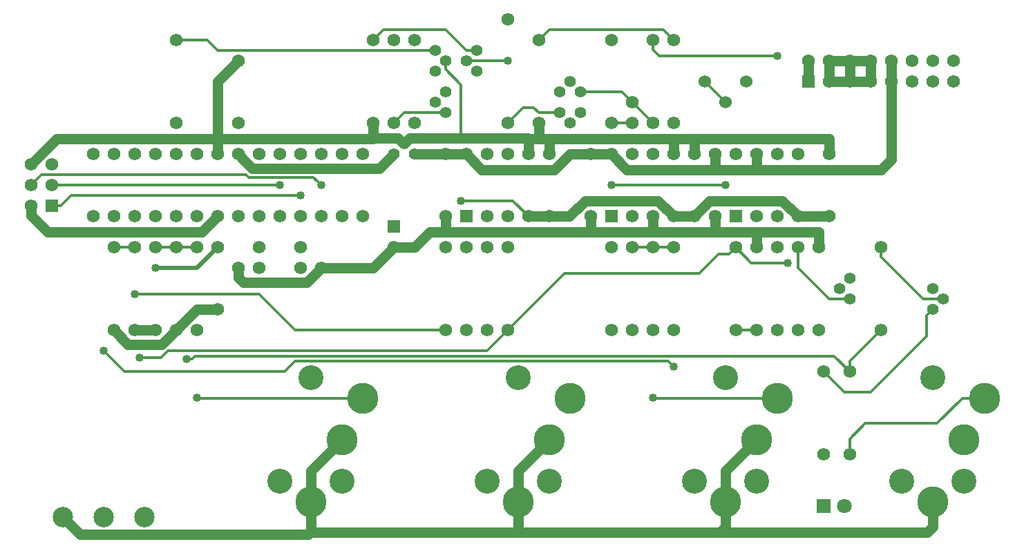
<source format=gbr>
G04 #@! TF.GenerationSoftware,KiCad,Pcbnew,(5.0.2)-1*
G04 #@! TF.CreationDate,2019-01-01T20:43:38-08:00*
G04 #@! TF.ProjectId,500-1065,3530302d-3130-4363-952e-6b696361645f,rev?*
G04 #@! TF.SameCoordinates,Original*
G04 #@! TF.FileFunction,Copper,L2,Bot*
G04 #@! TF.FilePolarity,Positive*
%FSLAX46Y46*%
G04 Gerber Fmt 4.6, Leading zero omitted, Abs format (unit mm)*
G04 Created by KiCad (PCBNEW (5.0.2)-1) date 1/1/2019 8:43:38 PM*
%MOMM*%
%LPD*%
G01*
G04 APERTURE LIST*
G04 #@! TA.AperFunction,ComponentPad*
%ADD10C,1.574800*%
G04 #@! TD*
G04 #@! TA.AperFunction,ComponentPad*
%ADD11R,1.574800X1.574800*%
G04 #@! TD*
G04 #@! TA.AperFunction,ComponentPad*
%ADD12C,3.048000*%
G04 #@! TD*
G04 #@! TA.AperFunction,ComponentPad*
%ADD13C,3.810000*%
G04 #@! TD*
G04 #@! TA.AperFunction,ComponentPad*
%ADD14C,1.397000*%
G04 #@! TD*
G04 #@! TA.AperFunction,ComponentPad*
%ADD15C,2.500000*%
G04 #@! TD*
G04 #@! TA.AperFunction,ComponentPad*
%ADD16C,1.524000*%
G04 #@! TD*
G04 #@! TA.AperFunction,ComponentPad*
%ADD17R,1.800000X1.800000*%
G04 #@! TD*
G04 #@! TA.AperFunction,ComponentPad*
%ADD18C,1.800000*%
G04 #@! TD*
G04 #@! TA.AperFunction,ViaPad*
%ADD19C,1.016000*%
G04 #@! TD*
G04 #@! TA.AperFunction,Conductor*
%ADD20C,1.270000*%
G04 #@! TD*
G04 #@! TA.AperFunction,Conductor*
%ADD21C,0.304800*%
G04 #@! TD*
G04 #@! TA.AperFunction,Conductor*
%ADD22C,0.508000*%
G04 #@! TD*
G04 APERTURE END LIST*
D10*
G04 #@! TO.P,P1,5*
G04 #@! TO.N,Net-(P1-Pad5)*
X69850000Y-54610000D03*
G04 #@! TO.P,P1,6*
G04 #@! TO.N,GND*
X67310000Y-54610000D03*
G04 #@! TO.P,P1,3*
G04 #@! TO.N,Net-(P1-Pad3)*
X69850000Y-57150000D03*
G04 #@! TO.P,P1,4*
G04 #@! TO.N,Net-(P1-Pad4)*
X67310000Y-57150000D03*
D11*
G04 #@! TO.P,P1,1*
G04 #@! TO.N,Net-(P1-Pad1)*
X69850000Y-59690000D03*
D10*
G04 #@! TO.P,P1,2*
G04 #@! TO.N,VCC*
X67310000Y-59690000D03*
G04 #@! TD*
G04 #@! TO.P,C1,2*
G04 #@! TO.N,GND*
X102870000Y-67310000D03*
G04 #@! TO.P,C1,1*
G04 #@! TO.N,Net-(C1-Pad1)*
X100330000Y-67310000D03*
G04 #@! TD*
G04 #@! TO.P,C2,1*
G04 #@! TO.N,Net-(C2-Pad1)*
X95250000Y-67310000D03*
G04 #@! TO.P,C2,2*
G04 #@! TO.N,GND*
X92710000Y-67310000D03*
G04 #@! TD*
G04 #@! TO.P,C4,2*
G04 #@! TO.N,GND*
X111760000Y-64770000D03*
D11*
G04 #@! TO.P,C4,1*
G04 #@! TO.N,VCC*
X111760000Y-62230000D03*
G04 #@! TD*
D10*
G04 #@! TO.P,C5,1*
G04 #@! TO.N,Net-(C5-Pad1)*
X125730000Y-49530000D03*
G04 #@! TO.P,C5,2*
G04 #@! TO.N,Net-(C5-Pad2)*
X125730000Y-36830000D03*
G04 #@! TD*
G04 #@! TO.P,C6,1*
G04 #@! TO.N,+15V0*
X118110000Y-53340000D03*
G04 #@! TO.P,C6,2*
G04 #@! TO.N,GND*
X118110000Y-60960000D03*
G04 #@! TD*
G04 #@! TO.P,C7,2*
G04 #@! TO.N,GND*
X130810000Y-53340000D03*
G04 #@! TO.P,C7,1*
G04 #@! TO.N,-15V0*
X130810000Y-60960000D03*
G04 #@! TD*
G04 #@! TO.P,C8,1*
G04 #@! TO.N,Net-(C8-Pad1)*
X140970000Y-46990000D03*
G04 #@! TO.P,C8,2*
G04 #@! TO.N,Net-(C8-Pad2)*
X140970000Y-49530000D03*
G04 #@! TD*
G04 #@! TO.P,C9,1*
G04 #@! TO.N,+15V0*
X135890000Y-53340000D03*
G04 #@! TO.P,C9,2*
G04 #@! TO.N,GND*
X135890000Y-60960000D03*
G04 #@! TD*
G04 #@! TO.P,C10,2*
G04 #@! TO.N,GND*
X148590000Y-53340000D03*
G04 #@! TO.P,C10,1*
G04 #@! TO.N,-15V0*
X148590000Y-60960000D03*
G04 #@! TD*
G04 #@! TO.P,D1,2*
G04 #@! TO.N,Net-(D1-Pad2)*
X82550000Y-64770000D03*
G04 #@! TO.P,D1,1*
G04 #@! TO.N,VCC*
X82550000Y-74930000D03*
G04 #@! TD*
G04 #@! TO.P,D2,1*
G04 #@! TO.N,Net-(D1-Pad2)*
X85090000Y-64770000D03*
G04 #@! TO.P,D2,2*
G04 #@! TO.N,GND*
X85090000Y-74930000D03*
G04 #@! TD*
G04 #@! TO.P,D3,1*
G04 #@! TO.N,Net-(D3-Pad1)*
X120650000Y-64770000D03*
G04 #@! TO.P,D3,2*
G04 #@! TO.N,Net-(D3-Pad2)*
X120650000Y-74930000D03*
G04 #@! TD*
G04 #@! TO.P,D4,2*
G04 #@! TO.N,Net-(D4-Pad2)*
X80010000Y-64770000D03*
G04 #@! TO.P,D4,1*
G04 #@! TO.N,VCC*
X80010000Y-74930000D03*
G04 #@! TD*
G04 #@! TO.P,D5,1*
G04 #@! TO.N,Net-(D4-Pad2)*
X77470000Y-64770000D03*
G04 #@! TO.P,D5,2*
G04 #@! TO.N,GND*
X77470000Y-74930000D03*
G04 #@! TD*
D12*
G04 #@! TO.P,J1,*
G04 #@! TO.N,*
X97790000Y-93421200D03*
X101600000Y-80721200D03*
D13*
G04 #@! TO.P,J1,3*
G04 #@! TO.N,Net-(J1-Pad3)*
X107950000Y-83261200D03*
G04 #@! TO.P,J1,2*
G04 #@! TO.N,GND*
X105410000Y-88341200D03*
D12*
G04 #@! TO.P,J1,*
G04 #@! TO.N,*
X105410000Y-93421200D03*
D13*
G04 #@! TO.P,J1,1*
G04 #@! TO.N,GND*
X101600000Y-95961200D03*
G04 #@! TD*
G04 #@! TO.P,J2,1*
G04 #@! TO.N,GND*
X127000000Y-95961200D03*
D12*
G04 #@! TO.P,J2,*
G04 #@! TO.N,*
X130810000Y-93421200D03*
D13*
G04 #@! TO.P,J2,2*
G04 #@! TO.N,GND*
X130810000Y-88341200D03*
G04 #@! TO.P,J2,3*
G04 #@! TO.N,Net-(J2-Pad3)*
X133350000Y-83261200D03*
D12*
G04 #@! TO.P,J2,*
G04 #@! TO.N,*
X127000000Y-80721200D03*
X123190000Y-93421200D03*
G04 #@! TD*
G04 #@! TO.P,J3,*
G04 #@! TO.N,*
X148590000Y-93421200D03*
X152400000Y-80721200D03*
D13*
G04 #@! TO.P,J3,3*
G04 #@! TO.N,Net-(J3-Pad3)*
X158750000Y-83261200D03*
G04 #@! TO.P,J3,2*
G04 #@! TO.N,GND*
X156210000Y-88341200D03*
D12*
G04 #@! TO.P,J3,*
G04 #@! TO.N,*
X156210000Y-93421200D03*
D13*
G04 #@! TO.P,J3,1*
G04 #@! TO.N,GND*
X152400000Y-95961200D03*
G04 #@! TD*
G04 #@! TO.P,J4,1*
G04 #@! TO.N,GND*
X177800000Y-95961200D03*
D12*
G04 #@! TO.P,J4,*
G04 #@! TO.N,*
X181610000Y-93421200D03*
D13*
G04 #@! TO.P,J4,2*
G04 #@! TO.N,N/C*
X181610000Y-88341200D03*
G04 #@! TO.P,J4,3*
G04 #@! TO.N,Net-(J4-Pad3)*
X184150000Y-83261200D03*
D12*
G04 #@! TO.P,J4,*
G04 #@! TO.N,*
X177800000Y-80721200D03*
X173990000Y-93421200D03*
G04 #@! TD*
D11*
G04 #@! TO.P,P2,1*
G04 #@! TO.N,-15V0*
X162560000Y-44450000D03*
D10*
G04 #@! TO.P,P2,2*
X162560000Y-41910000D03*
G04 #@! TO.P,P2,3*
G04 #@! TO.N,GND*
X165100000Y-44450000D03*
G04 #@! TO.P,P2,4*
X165100000Y-41910000D03*
G04 #@! TO.P,P2,5*
X167640000Y-44450000D03*
G04 #@! TO.P,P2,6*
X167640000Y-41910000D03*
G04 #@! TO.P,P2,7*
X170180000Y-44450000D03*
G04 #@! TO.P,P2,8*
X170180000Y-41910000D03*
G04 #@! TO.P,P2,9*
G04 #@! TO.N,+15V0*
X172720000Y-44450000D03*
G04 #@! TO.P,P2,10*
X172720000Y-41910000D03*
G04 #@! TO.P,P2,11*
G04 #@! TO.N,N/C*
X175260000Y-44450000D03*
G04 #@! TO.P,P2,12*
X175260000Y-41910000D03*
G04 #@! TO.P,P2,13*
X177800000Y-44450000D03*
G04 #@! TO.P,P2,14*
X177800000Y-41910000D03*
G04 #@! TO.P,P2,15*
X180340000Y-44450000D03*
G04 #@! TO.P,P2,16*
X180340000Y-41910000D03*
G04 #@! TD*
D14*
G04 #@! TO.P,Q1,1*
G04 #@! TO.N,Net-(Q1-Pad1)*
X116840000Y-40640000D03*
G04 #@! TO.P,Q1,2*
G04 #@! TO.N,GND*
X118110000Y-41910000D03*
G04 #@! TO.P,Q1,3*
G04 #@! TO.N,Net-(Q1-Pad3)*
X116840000Y-43180000D03*
G04 #@! TD*
G04 #@! TO.P,Q2,3*
G04 #@! TO.N,Net-(Q2-Pad3)*
X118110000Y-45720000D03*
G04 #@! TO.P,Q2,2*
G04 #@! TO.N,Net-(Q2-Pad2)*
X116840000Y-46990000D03*
G04 #@! TO.P,Q2,1*
G04 #@! TO.N,-15V0*
X118110000Y-48260000D03*
G04 #@! TD*
G04 #@! TO.P,Q3,1*
G04 #@! TO.N,Net-(C5-Pad2)*
X121920000Y-43180000D03*
G04 #@! TO.P,Q3,2*
G04 #@! TO.N,Net-(C5-Pad1)*
X120650000Y-41910000D03*
G04 #@! TO.P,Q3,3*
G04 #@! TO.N,Net-(Q2-Pad3)*
X121920000Y-40640000D03*
G04 #@! TD*
G04 #@! TO.P,Q4,2*
G04 #@! TO.N,Net-(Q4-Pad2)*
X133350000Y-49530000D03*
G04 #@! TO.P,Q4,3*
G04 #@! TO.N,Net-(C5-Pad1)*
X132080000Y-48260000D03*
G04 #@! TO.P,Q4,1*
G04 #@! TO.N,Net-(Q4-Pad1)*
X134620000Y-48260000D03*
G04 #@! TO.P,Q4,6*
G04 #@! TO.N,Net-(C8-Pad1)*
X134620000Y-45720000D03*
G04 #@! TO.P,Q4,4*
G04 #@! TO.N,Net-(Q4-Pad1)*
X132080000Y-45720000D03*
G04 #@! TO.P,Q4,5*
G04 #@! TO.N,GND*
X133350000Y-44450000D03*
G04 #@! TD*
D15*
G04 #@! TO.P,R1,2*
G04 #@! TO.N,Net-(R1-Pad2)*
X76200000Y-97800000D03*
G04 #@! TO.P,R1,3*
G04 #@! TO.N,GND*
X71200000Y-97800000D03*
G04 #@! TO.P,R1,1*
G04 #@! TO.N,Net-(R1-Pad1)*
X81200000Y-97800000D03*
G04 #@! TD*
D10*
G04 #@! TO.P,R2,2*
G04 #@! TO.N,Net-(D1-Pad2)*
X87630000Y-64770000D03*
G04 #@! TO.P,R2,1*
G04 #@! TO.N,Net-(J1-Pad3)*
X87630000Y-74930000D03*
G04 #@! TD*
G04 #@! TO.P,R3,2*
G04 #@! TO.N,Net-(R3-Pad2)*
X140970000Y-64770000D03*
G04 #@! TO.P,R3,1*
G04 #@! TO.N,Net-(J2-Pad3)*
X140970000Y-74930000D03*
G04 #@! TD*
G04 #@! TO.P,R4,1*
G04 #@! TO.N,Net-(J3-Pad3)*
X143510000Y-74930000D03*
G04 #@! TO.P,R4,2*
G04 #@! TO.N,Net-(R3-Pad2)*
X143510000Y-64770000D03*
G04 #@! TD*
G04 #@! TO.P,R5,2*
G04 #@! TO.N,Net-(R3-Pad2)*
X146050000Y-64770000D03*
G04 #@! TO.P,R5,1*
G04 #@! TO.N,Net-(R1-Pad2)*
X146050000Y-74930000D03*
G04 #@! TD*
G04 #@! TO.P,R6,1*
G04 #@! TO.N,Net-(R6-Pad1)*
X85090000Y-49530000D03*
G04 #@! TO.P,R6,2*
G04 #@! TO.N,Net-(Q1-Pad1)*
X85090000Y-39370000D03*
G04 #@! TD*
G04 #@! TO.P,R7,1*
G04 #@! TO.N,Net-(R3-Pad2)*
X138430000Y-74930000D03*
G04 #@! TO.P,R7,2*
G04 #@! TO.N,Net-(R10-Pad1)*
X138430000Y-64770000D03*
G04 #@! TD*
G04 #@! TO.P,R8,1*
G04 #@! TO.N,Net-(Q1-Pad3)*
X114300000Y-39370000D03*
G04 #@! TO.P,R8,2*
G04 #@! TO.N,Net-(Q2-Pad2)*
X114300000Y-49530000D03*
G04 #@! TD*
G04 #@! TO.P,R9,2*
G04 #@! TO.N,-15V0*
X111760000Y-49530000D03*
G04 #@! TO.P,R9,1*
G04 #@! TO.N,Net-(Q2-Pad2)*
X111760000Y-39370000D03*
G04 #@! TD*
D16*
G04 #@! TO.P,R10,1*
G04 #@! TO.N,Net-(R10-Pad1)*
X149860000Y-44450000D03*
G04 #@! TO.P,R10,2*
X152400000Y-46990000D03*
G04 #@! TO.P,R10,3*
G04 #@! TO.N,Net-(R10-Pad3)*
X154940000Y-44450000D03*
G04 #@! TD*
D10*
G04 #@! TO.P,R11,2*
G04 #@! TO.N,Net-(Q4-Pad2)*
X146050000Y-39370000D03*
G04 #@! TO.P,R11,1*
G04 #@! TO.N,Net-(R10-Pad3)*
X146050000Y-49530000D03*
G04 #@! TD*
G04 #@! TO.P,R12,1*
G04 #@! TO.N,/OUT*
X167640000Y-80010000D03*
G04 #@! TO.P,R12,2*
G04 #@! TO.N,Net-(J4-Pad3)*
X167640000Y-90170000D03*
G04 #@! TD*
G04 #@! TO.P,R13,1*
G04 #@! TO.N,Net-(Q4-Pad2)*
X129540000Y-39370000D03*
G04 #@! TO.P,R13,2*
G04 #@! TO.N,GND*
X129540000Y-49530000D03*
G04 #@! TD*
G04 #@! TO.P,R14,2*
G04 #@! TO.N,Net-(Q2-Pad3)*
X109220000Y-39370000D03*
G04 #@! TO.P,R14,1*
G04 #@! TO.N,GND*
X109220000Y-49530000D03*
G04 #@! TD*
G04 #@! TO.P,R15,2*
G04 #@! TO.N,Net-(R15-Pad2)*
X125730000Y-64770000D03*
G04 #@! TO.P,R15,1*
G04 #@! TO.N,Net-(R1-Pad1)*
X125730000Y-74930000D03*
G04 #@! TD*
G04 #@! TO.P,R16,1*
G04 #@! TO.N,Net-(C5-Pad2)*
X123190000Y-74930000D03*
G04 #@! TO.P,R16,2*
G04 #@! TO.N,Net-(R16-Pad2)*
X123190000Y-64770000D03*
G04 #@! TD*
G04 #@! TO.P,R17,2*
G04 #@! TO.N,+15V0*
X158750000Y-74930000D03*
G04 #@! TO.P,R17,1*
G04 #@! TO.N,Net-(R17-Pad1)*
X158750000Y-64770000D03*
G04 #@! TD*
G04 #@! TO.P,R18,2*
G04 #@! TO.N,Net-(R18-Pad2)*
X161290000Y-64770000D03*
G04 #@! TO.P,R18,1*
G04 #@! TO.N,Net-(R17-Pad1)*
X161290000Y-74930000D03*
G04 #@! TD*
G04 #@! TO.P,R19,1*
G04 #@! TO.N,Net-(R18-Pad2)*
X163830000Y-74930000D03*
G04 #@! TO.P,R19,2*
G04 #@! TO.N,GND*
X163830000Y-64770000D03*
G04 #@! TD*
G04 #@! TO.P,R20,1*
G04 #@! TO.N,Net-(Q4-Pad1)*
X138430000Y-39370000D03*
G04 #@! TO.P,R20,2*
G04 #@! TO.N,Net-(C8-Pad2)*
X138430000Y-49530000D03*
G04 #@! TD*
G04 #@! TO.P,R21,2*
G04 #@! TO.N,Net-(C8-Pad1)*
X143510000Y-49530000D03*
G04 #@! TO.P,R21,1*
G04 #@! TO.N,Net-(R1-Pad1)*
X143510000Y-39370000D03*
G04 #@! TD*
G04 #@! TO.P,R22,1*
G04 #@! TO.N,Net-(D3-Pad2)*
X118110000Y-64770000D03*
G04 #@! TO.P,R22,2*
G04 #@! TO.N,Net-(D4-Pad2)*
X118110000Y-74930000D03*
G04 #@! TD*
G04 #@! TO.P,R23,1*
G04 #@! TO.N,Net-(R23-Pad1)*
X156210000Y-74930000D03*
G04 #@! TO.P,R23,2*
G04 #@! TO.N,GND*
X156210000Y-64770000D03*
G04 #@! TD*
G04 #@! TO.P,R24,2*
G04 #@! TO.N,Net-(R23-Pad1)*
X153670000Y-74930000D03*
G04 #@! TO.P,R24,1*
G04 #@! TO.N,Net-(R1-Pad1)*
X153670000Y-64770000D03*
G04 #@! TD*
G04 #@! TO.P,U1,28*
G04 #@! TO.N,N/C*
X74930000Y-53340000D03*
G04 #@! TO.P,U1,1*
G04 #@! TO.N,Net-(P1-Pad5)*
X74930000Y-60960000D03*
G04 #@! TO.P,U1,27*
G04 #@! TO.N,N/C*
X77470000Y-53340000D03*
G04 #@! TO.P,U1,2*
X77470000Y-60960000D03*
G04 #@! TO.P,U1,26*
X80010000Y-53340000D03*
G04 #@! TO.P,U1,3*
X80010000Y-60960000D03*
G04 #@! TO.P,U1,25*
X82550000Y-53340000D03*
G04 #@! TO.P,U1,4*
G04 #@! TO.N,Net-(D1-Pad2)*
X82550000Y-60960000D03*
G04 #@! TO.P,U1,24*
G04 #@! TO.N,Net-(R6-Pad1)*
X85090000Y-53340000D03*
G04 #@! TO.P,U1,5*
G04 #@! TO.N,Net-(D4-Pad2)*
X85090000Y-60960000D03*
G04 #@! TO.P,U1,23*
G04 #@! TO.N,/OUT*
X87630000Y-53340000D03*
G04 #@! TO.P,U1,6*
G04 #@! TO.N,N/C*
X87630000Y-60960000D03*
G04 #@! TO.P,U1,22*
G04 #@! TO.N,GND*
X90170000Y-53340000D03*
G04 #@! TO.P,U1,7*
G04 #@! TO.N,VCC*
X90170000Y-60960000D03*
G04 #@! TO.P,U1,21*
X92710000Y-53340000D03*
G04 #@! TO.P,U1,8*
G04 #@! TO.N,GND*
X92710000Y-60960000D03*
G04 #@! TO.P,U1,20*
G04 #@! TO.N,N/C*
X95250000Y-53340000D03*
G04 #@! TO.P,U1,9*
G04 #@! TO.N,Net-(C2-Pad1)*
X95250000Y-60960000D03*
G04 #@! TO.P,U1,19*
G04 #@! TO.N,Net-(P1-Pad3)*
X97790000Y-53340000D03*
G04 #@! TO.P,U1,10*
G04 #@! TO.N,Net-(C1-Pad1)*
X97790000Y-60960000D03*
G04 #@! TO.P,U1,18*
G04 #@! TO.N,Net-(P1-Pad1)*
X100330000Y-53340000D03*
G04 #@! TO.P,U1,11*
G04 #@! TO.N,N/C*
X100330000Y-60960000D03*
G04 #@! TO.P,U1,17*
G04 #@! TO.N,Net-(P1-Pad4)*
X102870000Y-53340000D03*
G04 #@! TO.P,U1,12*
G04 #@! TO.N,N/C*
X102870000Y-60960000D03*
G04 #@! TO.P,U1,16*
X105410000Y-53340000D03*
G04 #@! TO.P,U1,13*
X105410000Y-60960000D03*
G04 #@! TO.P,U1,15*
X107950000Y-53340000D03*
G04 #@! TO.P,U1,14*
X107950000Y-60960000D03*
G04 #@! TD*
D14*
G04 #@! TO.P,U2,1*
G04 #@! TO.N,VCC*
X111760000Y-53340000D03*
G04 #@! TO.P,U2,2*
G04 #@! TO.N,GND*
X113030000Y-52070000D03*
G04 #@! TO.P,U2,3*
G04 #@! TO.N,+15V0*
X114300000Y-53340000D03*
G04 #@! TD*
D11*
G04 #@! TO.P,U3,1*
G04 #@! TO.N,Net-(D3-Pad1)*
X120650000Y-60960000D03*
D10*
G04 #@! TO.P,U3,2*
G04 #@! TO.N,Net-(R16-Pad2)*
X123190000Y-60960000D03*
G04 #@! TO.P,U3,3*
G04 #@! TO.N,Net-(R15-Pad2)*
X125730000Y-60960000D03*
G04 #@! TO.P,U3,4*
G04 #@! TO.N,-15V0*
X128270000Y-60960000D03*
G04 #@! TO.P,U3,5*
G04 #@! TO.N,GND*
X128270000Y-53340000D03*
G04 #@! TO.P,U3,6*
G04 #@! TO.N,Net-(C5-Pad1)*
X125730000Y-53340000D03*
G04 #@! TO.P,U3,7*
G04 #@! TO.N,Net-(C5-Pad2)*
X123190000Y-53340000D03*
G04 #@! TO.P,U3,8*
G04 #@! TO.N,+15V0*
X120650000Y-53340000D03*
G04 #@! TD*
G04 #@! TO.P,U4,8*
G04 #@! TO.N,+15V0*
X138430000Y-53340000D03*
G04 #@! TO.P,U4,7*
G04 #@! TO.N,Net-(C8-Pad2)*
X140970000Y-53340000D03*
G04 #@! TO.P,U4,6*
G04 #@! TO.N,Net-(C8-Pad1)*
X143510000Y-53340000D03*
G04 #@! TO.P,U4,5*
G04 #@! TO.N,GND*
X146050000Y-53340000D03*
G04 #@! TO.P,U4,4*
G04 #@! TO.N,-15V0*
X146050000Y-60960000D03*
G04 #@! TO.P,U4,3*
G04 #@! TO.N,GND*
X143510000Y-60960000D03*
G04 #@! TO.P,U4,2*
G04 #@! TO.N,Net-(R3-Pad2)*
X140970000Y-60960000D03*
D11*
G04 #@! TO.P,U4,1*
G04 #@! TO.N,Net-(R10-Pad1)*
X138430000Y-60960000D03*
G04 #@! TD*
D14*
G04 #@! TO.P,U5,3*
G04 #@! TO.N,GND*
X167640000Y-68580000D03*
G04 #@! TO.P,U5,2*
G04 #@! TO.N,Net-(R17-Pad1)*
X166370000Y-69850000D03*
G04 #@! TO.P,U5,1*
G04 #@! TO.N,Net-(R18-Pad2)*
X167640000Y-71120000D03*
G04 #@! TD*
D11*
G04 #@! TO.P,U7,1*
G04 #@! TO.N,N/C*
X153670000Y-60960000D03*
D10*
G04 #@! TO.P,U7,2*
G04 #@! TO.N,Net-(R23-Pad1)*
X156210000Y-60960000D03*
G04 #@! TO.P,U7,3*
G04 #@! TO.N,Net-(R17-Pad1)*
X158750000Y-60960000D03*
G04 #@! TO.P,U7,4*
G04 #@! TO.N,-15V0*
X161290000Y-60960000D03*
G04 #@! TO.P,U7,5*
G04 #@! TO.N,N/C*
X161290000Y-53340000D03*
G04 #@! TO.P,U7,6*
G04 #@! TO.N,Net-(R1-Pad1)*
X158750000Y-53340000D03*
G04 #@! TO.P,U7,7*
G04 #@! TO.N,+15V0*
X156210000Y-53340000D03*
G04 #@! TO.P,U7,8*
G04 #@! TO.N,N/C*
X153670000Y-53340000D03*
G04 #@! TD*
G04 #@! TO.P,Y1,1*
G04 #@! TO.N,Net-(C1-Pad1)*
X100330000Y-64770000D03*
G04 #@! TO.P,Y1,2*
G04 #@! TO.N,Net-(C2-Pad1)*
X95250000Y-64770000D03*
G04 #@! TD*
G04 #@! TO.P,C11,1*
G04 #@! TO.N,+15V0*
X151130000Y-53340000D03*
G04 #@! TO.P,C11,2*
G04 #@! TO.N,GND*
X151130000Y-60960000D03*
G04 #@! TD*
G04 #@! TO.P,C12,2*
G04 #@! TO.N,GND*
X165100000Y-53340000D03*
G04 #@! TO.P,C12,1*
G04 #@! TO.N,-15V0*
X165100000Y-60960000D03*
G04 #@! TD*
G04 #@! TO.P,C13,1*
G04 #@! TO.N,VCC*
X90170000Y-64770000D03*
G04 #@! TO.P,C13,2*
G04 #@! TO.N,GND*
X90170000Y-72390000D03*
G04 #@! TD*
G04 #@! TO.P,C14,2*
G04 #@! TO.N,GND*
X92710000Y-41910000D03*
G04 #@! TO.P,C14,1*
G04 #@! TO.N,VCC*
X92710000Y-49530000D03*
G04 #@! TD*
D14*
G04 #@! TO.P,Q5,1*
G04 #@! TO.N,GND*
X177800000Y-69850000D03*
G04 #@! TO.P,Q5,2*
G04 #@! TO.N,Net-(Q5-Pad2)*
X179070000Y-71120000D03*
G04 #@! TO.P,Q5,3*
G04 #@! TO.N,Net-(Q5-Pad3)*
X177800000Y-72390000D03*
G04 #@! TD*
D10*
G04 #@! TO.P,R25,1*
G04 #@! TO.N,/OUT*
X171450000Y-74930000D03*
G04 #@! TO.P,R25,2*
G04 #@! TO.N,Net-(Q5-Pad2)*
X171450000Y-64770000D03*
G04 #@! TD*
G04 #@! TO.P,R26,2*
G04 #@! TO.N,Net-(Q5-Pad3)*
X164465000Y-80010000D03*
G04 #@! TO.P,R26,1*
G04 #@! TO.N,Net-(D6-Pad1)*
X164465000Y-90170000D03*
G04 #@! TD*
D17*
G04 #@! TO.P,D6,1*
G04 #@! TO.N,Net-(D6-Pad1)*
X164465000Y-96520000D03*
D18*
G04 #@! TO.P,D6,2*
G04 #@! TO.N,+15V0*
X167005000Y-96520000D03*
G04 #@! TD*
D19*
G04 #@! TO.N,GND*
X136525000Y-51435000D03*
G04 #@! TO.N,VCC*
X82550000Y-67310000D03*
G04 #@! TO.N,Net-(C5-Pad1)*
X125730000Y-41910000D03*
G04 #@! TO.N,-15V0*
X120015000Y-59055000D03*
G04 #@! TO.N,Net-(D4-Pad2)*
X80010000Y-70485000D03*
G04 #@! TO.N,Net-(J1-Pad3)*
X87630000Y-83185000D03*
G04 #@! TO.N,Net-(J3-Pad3)*
X143510000Y-83185000D03*
G04 #@! TO.N,Net-(P1-Pad1)*
X100330000Y-58420000D03*
G04 #@! TO.N,Net-(P1-Pad4)*
X102870000Y-57150000D03*
G04 #@! TO.N,Net-(P1-Pad3)*
X97790000Y-57150000D03*
G04 #@! TO.N,Net-(R1-Pad2)*
X76200000Y-77470000D03*
X146050000Y-79375000D03*
G04 #@! TO.N,Net-(R1-Pad1)*
X158750000Y-41275000D03*
X160020000Y-66675000D03*
X80658952Y-78282810D03*
G04 #@! TO.N,Net-(R10-Pad1)*
X152400000Y-57150000D03*
X138430000Y-57150000D03*
G04 #@! TO.N,/OUT*
X86360000Y-78435210D03*
G04 #@! TD*
D20*
G04 #@! TO.N,GND*
X170180000Y-41910000D02*
X170180000Y-44450000D01*
X167640000Y-41910000D02*
X167640000Y-44450000D01*
X165100000Y-41910000D02*
X165100000Y-44450000D01*
X165100000Y-41910000D02*
X167640000Y-41910000D01*
X167640000Y-41910000D02*
X170180000Y-41910000D01*
X170180000Y-44450000D02*
X167640000Y-44450000D01*
X167640000Y-44450000D02*
X165100000Y-44450000D01*
X165100000Y-53340000D02*
X165100000Y-51435000D01*
X165100000Y-51435000D02*
X148590000Y-51435000D01*
X148590000Y-51435000D02*
X148590000Y-53340000D01*
X148590000Y-51435000D02*
X146050000Y-51435000D01*
X146050000Y-51435000D02*
X146050000Y-53340000D01*
X130810000Y-51435000D02*
X130810000Y-53340000D01*
X130810000Y-51435000D02*
X129540000Y-51435000D01*
X129540000Y-51435000D02*
X129540000Y-49530000D01*
X129540000Y-51435000D02*
X128270000Y-51435000D01*
X128270000Y-51435000D02*
X128270000Y-53340000D01*
X113728499Y-51371501D02*
X113030000Y-52070000D01*
X128270000Y-51435000D02*
X128206501Y-51371501D01*
X109220000Y-49530000D02*
X109220000Y-51435000D01*
X112331501Y-51371501D02*
X113030000Y-52070000D01*
X109283499Y-51371501D02*
X112331501Y-51371501D01*
X109220000Y-51435000D02*
X109283499Y-51371501D01*
X90170000Y-51435000D02*
X90170000Y-53340000D01*
X109220000Y-51435000D02*
X90170000Y-51435000D01*
X70485000Y-51435000D02*
X67310000Y-54610000D01*
X90170000Y-51435000D02*
X70485000Y-51435000D01*
X151130000Y-62073551D02*
X151130000Y-62865000D01*
X151130000Y-60960000D02*
X151130000Y-62865000D01*
X151130000Y-62865000D02*
X156210000Y-62865000D01*
X156210000Y-62865000D02*
X156210000Y-64770000D01*
X156210000Y-62865000D02*
X163830000Y-62865000D01*
X163830000Y-62865000D02*
X163830000Y-64770000D01*
X151130000Y-62865000D02*
X143510000Y-62865000D01*
X143510000Y-62865000D02*
X143510000Y-60960000D01*
X135890000Y-62865000D02*
X135890000Y-60960000D01*
X143510000Y-62865000D02*
X135890000Y-62865000D01*
X135890000Y-62865000D02*
X118110000Y-62865000D01*
X118110000Y-62865000D02*
X118110000Y-60960000D01*
X118110000Y-62865000D02*
X116205000Y-62865000D01*
X116205000Y-62865000D02*
X114300000Y-64770000D01*
X114300000Y-64770000D02*
X111760000Y-64770000D01*
X152400000Y-99060000D02*
X152400000Y-95961200D01*
X151765000Y-99695000D02*
X152400000Y-99060000D01*
X177165000Y-99695000D02*
X151765000Y-99695000D01*
X177800000Y-95961200D02*
X177800000Y-99060000D01*
X177800000Y-99060000D02*
X177165000Y-99695000D01*
X151765000Y-99695000D02*
X127000000Y-99695000D01*
X127000000Y-99695000D02*
X127000000Y-95961200D01*
X127000000Y-99695000D02*
X101600000Y-99695000D01*
X101600000Y-99695000D02*
X101600000Y-95961200D01*
X72449999Y-99049999D02*
X71200000Y-97800000D01*
X73389801Y-99989801D02*
X72449999Y-99049999D01*
X101305199Y-99989801D02*
X73389801Y-99989801D01*
X101600000Y-99695000D02*
X101305199Y-99989801D01*
X101600000Y-92151200D02*
X105410000Y-88341200D01*
X101600000Y-95961200D02*
X101600000Y-92151200D01*
X127000000Y-92151200D02*
X130810000Y-88341200D01*
X127000000Y-95961200D02*
X127000000Y-92151200D01*
X152400000Y-92151200D02*
X156210000Y-88341200D01*
X152400000Y-95961200D02*
X152400000Y-92151200D01*
X136525000Y-51435000D02*
X130810000Y-51435000D01*
X146050000Y-51435000D02*
X136525000Y-51435000D01*
D21*
X120015000Y-44802828D02*
X120015000Y-51371501D01*
X118110000Y-42897828D02*
X120015000Y-44802828D01*
X118110000Y-41910000D02*
X118110000Y-42897828D01*
D20*
X128206501Y-51371501D02*
X120015000Y-51371501D01*
X120015000Y-51371501D02*
X113728499Y-51371501D01*
X90170000Y-44450000D02*
X90170000Y-51435000D01*
X92710000Y-41910000D02*
X90170000Y-44450000D01*
X102082601Y-68097399D02*
X102870000Y-67310000D01*
X101142799Y-69037201D02*
X102082601Y-68097399D01*
X93323650Y-69037201D02*
X101142799Y-69037201D01*
X92710000Y-68423551D02*
X93323650Y-69037201D01*
X92710000Y-67310000D02*
X92710000Y-68423551D01*
X109220000Y-67310000D02*
X111760000Y-64770000D01*
X102870000Y-67310000D02*
X109220000Y-67310000D01*
X79197201Y-76657201D02*
X83362799Y-76657201D01*
X77470000Y-74930000D02*
X79197201Y-76657201D01*
X84302601Y-75717399D02*
X85090000Y-74930000D01*
X83362799Y-76657201D02*
X84302601Y-75717399D01*
X87630000Y-72390000D02*
X90170000Y-72390000D01*
X85090000Y-74930000D02*
X87630000Y-72390000D01*
G04 #@! TO.N,+15V0*
X172720000Y-41910000D02*
X172720000Y-44450000D01*
X156210000Y-55245000D02*
X156210000Y-53340000D01*
X171450000Y-55245000D02*
X156210000Y-55245000D01*
X172720000Y-44450000D02*
X172720000Y-53975000D01*
X172720000Y-53975000D02*
X171450000Y-55245000D01*
X156210000Y-55245000D02*
X151130000Y-55245000D01*
X151130000Y-55245000D02*
X151130000Y-53340000D01*
X140335000Y-55245000D02*
X138430000Y-53340000D01*
X151130000Y-55245000D02*
X140335000Y-55245000D01*
X138430000Y-53340000D02*
X135890000Y-53340000D01*
X135890000Y-53340000D02*
X133350000Y-53340000D01*
X133350000Y-53340000D02*
X131445000Y-55245000D01*
X131445000Y-55245000D02*
X122555000Y-55245000D01*
X122555000Y-55245000D02*
X120650000Y-53340000D01*
X120650000Y-53340000D02*
X118110000Y-53340000D01*
X118110000Y-53340000D02*
X114300000Y-53340000D01*
G04 #@! TO.N,VCC*
X93497399Y-54127399D02*
X92710000Y-53340000D01*
X94462587Y-55092587D02*
X93497399Y-54127399D01*
X110007413Y-55092587D02*
X94462587Y-55092587D01*
X111760000Y-53340000D02*
X110007413Y-55092587D01*
X67310000Y-60803551D02*
X69371449Y-62865000D01*
X67310000Y-59690000D02*
X67310000Y-60803551D01*
X88265000Y-62865000D02*
X90170000Y-60960000D01*
X69371449Y-62865000D02*
X88265000Y-62865000D01*
X80010000Y-74930000D02*
X82550000Y-74930000D01*
D22*
X87630000Y-67310000D02*
X90170000Y-64770000D01*
X82550000Y-67310000D02*
X87630000Y-67310000D01*
D21*
G04 #@! TO.N,Net-(C5-Pad1)*
X125730000Y-49530000D02*
X127635000Y-47625000D01*
X127635000Y-47625000D02*
X128905000Y-47625000D01*
X129540000Y-48260000D02*
X132080000Y-48260000D01*
X128905000Y-47625000D02*
X129540000Y-48260000D01*
X125730000Y-41910000D02*
X120650000Y-41910000D01*
D20*
G04 #@! TO.N,-15V0*
X162560000Y-41910000D02*
X162560000Y-44450000D01*
X165100000Y-60960000D02*
X161290000Y-60960000D01*
X161290000Y-60960000D02*
X159385000Y-59055000D01*
X159385000Y-59055000D02*
X150495000Y-59055000D01*
X150495000Y-59055000D02*
X148590000Y-60960000D01*
X148590000Y-60960000D02*
X146050000Y-60960000D01*
X133333742Y-60960000D02*
X130810000Y-60960000D01*
X135238742Y-59055000D02*
X133333742Y-60960000D01*
X146050000Y-60960000D02*
X144145000Y-59055000D01*
X144145000Y-59055000D02*
X135238742Y-59055000D01*
X130810000Y-60960000D02*
X128270000Y-60960000D01*
D21*
X111760000Y-49530000D02*
X113030000Y-48260000D01*
X113030000Y-48260000D02*
X118110000Y-48260000D01*
X120015000Y-59055000D02*
X126365000Y-59055000D01*
X126365000Y-59055000D02*
X128270000Y-60960000D01*
G04 #@! TO.N,Net-(C8-Pad1)*
X139700000Y-45720000D02*
X140970000Y-46990000D01*
X134620000Y-45720000D02*
X139700000Y-45720000D01*
X140970000Y-46990000D02*
X143510000Y-49530000D01*
G04 #@! TO.N,Net-(C8-Pad2)*
X138430000Y-49530000D02*
X140970000Y-49530000D01*
G04 #@! TO.N,Net-(D1-Pad2)*
X82550000Y-64770000D02*
X85090000Y-64770000D01*
X85090000Y-64770000D02*
X87630000Y-64770000D01*
G04 #@! TO.N,Net-(D4-Pad2)*
X77470000Y-64770000D02*
X80010000Y-64770000D01*
X118110000Y-74930000D02*
X99695000Y-74930000D01*
X99695000Y-74930000D02*
X95250000Y-70485000D01*
X95250000Y-70485000D02*
X80010000Y-70485000D01*
G04 #@! TO.N,Net-(J1-Pad3)*
X107950000Y-83261200D02*
X87706200Y-83261200D01*
X87706200Y-83261200D02*
X87630000Y-83185000D01*
G04 #@! TO.N,Net-(J3-Pad3)*
X158750000Y-83261200D02*
X143586200Y-83261200D01*
X143586200Y-83261200D02*
X143510000Y-83185000D01*
G04 #@! TO.N,Net-(J4-Pad3)*
X167640000Y-88265000D02*
X167640000Y-90170000D01*
X169545000Y-86360000D02*
X167640000Y-88265000D01*
X178357124Y-86360000D02*
X169545000Y-86360000D01*
X184150000Y-83261200D02*
X181455924Y-83261200D01*
X181455924Y-83261200D02*
X178357124Y-86360000D01*
G04 #@! TO.N,Net-(P1-Pad1)*
X70942200Y-59690000D02*
X72212200Y-58420000D01*
X69850000Y-59690000D02*
X70942200Y-59690000D01*
X72212200Y-58420000D02*
X100330000Y-58420000D01*
G04 #@! TO.N,Net-(P1-Pad4)*
X93689123Y-55880000D02*
X93993921Y-56184798D01*
X67310000Y-57150000D02*
X68580000Y-55880000D01*
X68580000Y-55880000D02*
X93689123Y-55880000D01*
X93993921Y-56184798D02*
X101904798Y-56184798D01*
X102362001Y-56642001D02*
X102870000Y-57150000D01*
X101904798Y-56184798D02*
X102362001Y-56642001D01*
G04 #@! TO.N,Net-(P1-Pad3)*
X69850000Y-57150000D02*
X97790000Y-57150000D01*
G04 #@! TO.N,Net-(Q1-Pad1)*
X116840000Y-40640000D02*
X90170000Y-40640000D01*
X90170000Y-40640000D02*
X88900000Y-39370000D01*
X88900000Y-39370000D02*
X85090000Y-39370000D01*
G04 #@! TO.N,Net-(Q2-Pad3)*
X109220000Y-39370000D02*
X110490000Y-38100000D01*
X110490000Y-38100000D02*
X118110000Y-38100000D01*
X118110000Y-38100000D02*
X120650000Y-40640000D01*
X120650000Y-40640000D02*
X121920000Y-40640000D01*
G04 #@! TO.N,Net-(Q4-Pad2)*
X130810000Y-38100000D02*
X129540000Y-39370000D01*
X146050000Y-39370000D02*
X144780000Y-38100000D01*
X144780000Y-38100000D02*
X130810000Y-38100000D01*
G04 #@! TO.N,Net-(R1-Pad2)*
X76200000Y-77470000D02*
X78740000Y-80010000D01*
X78740000Y-80010000D02*
X82550000Y-80010000D01*
X82550000Y-80010000D02*
X98425000Y-80010000D01*
X98425000Y-80010000D02*
X99695000Y-78740000D01*
X99695000Y-78740000D02*
X108585000Y-78740000D01*
X108585000Y-78740000D02*
X145415000Y-78740000D01*
X145415000Y-78740000D02*
X146050000Y-79375000D01*
G04 #@! TO.N,Net-(R1-Pad1)*
X143510000Y-40483551D02*
X144301449Y-41275000D01*
X143510000Y-39370000D02*
X143510000Y-40483551D01*
X144301449Y-41275000D02*
X158750000Y-41275000D01*
X155575000Y-66675000D02*
X153670000Y-64770000D01*
X160020000Y-66675000D02*
X155575000Y-66675000D01*
X152882601Y-65557399D02*
X151612601Y-65557399D01*
X153670000Y-64770000D02*
X152882601Y-65557399D01*
X151612601Y-65557399D02*
X149225000Y-67945000D01*
X132715000Y-67945000D02*
X125730000Y-74930000D01*
X149225000Y-67945000D02*
X132715000Y-67945000D01*
X125730000Y-74930000D02*
X123190000Y-77470000D01*
X83281809Y-78282810D02*
X81377372Y-78282810D01*
X81377372Y-78282810D02*
X80658952Y-78282810D01*
X84094619Y-77470000D02*
X83281809Y-78282810D01*
X123190000Y-77470000D02*
X84094619Y-77470000D01*
G04 #@! TO.N,Net-(R3-Pad2)*
X140970000Y-64770000D02*
X143510000Y-64770000D01*
X143510000Y-64770000D02*
X146050000Y-64770000D01*
G04 #@! TO.N,Net-(R10-Pad1)*
X150621999Y-45211999D02*
X152400000Y-46990000D01*
X149860000Y-44450000D02*
X150621999Y-45211999D01*
X152400000Y-57150000D02*
X138430000Y-57150000D01*
G04 #@! TO.N,Net-(R18-Pad2)*
X161290000Y-64770000D02*
X161290000Y-67310000D01*
X165100000Y-71120000D02*
X167640000Y-71120000D01*
X161290000Y-67310000D02*
X165100000Y-71120000D01*
G04 #@! TO.N,Net-(R23-Pad1)*
X153670000Y-74930000D02*
X156210000Y-74930000D01*
G04 #@! TO.N,Net-(Q5-Pad2)*
X171450000Y-65883551D02*
X171450000Y-64770000D01*
X176686449Y-71120000D02*
X171450000Y-65883551D01*
X179070000Y-71120000D02*
X176686449Y-71120000D01*
G04 #@! TO.N,Net-(Q5-Pad3)*
X177101501Y-73088499D02*
X177101501Y-75628499D01*
X177800000Y-72390000D02*
X177101501Y-73088499D01*
X177101501Y-75628499D02*
X170180000Y-82550000D01*
X167005000Y-82550000D02*
X164465000Y-80010000D01*
X170180000Y-82550000D02*
X167005000Y-82550000D01*
G04 #@! TO.N,/OUT*
X167640000Y-80010000D02*
X165760390Y-78130390D01*
X165760390Y-78130390D02*
X87383240Y-78130390D01*
X87078420Y-78435210D02*
X86360000Y-78435210D01*
X87383240Y-78130390D02*
X87078420Y-78435210D01*
X167640000Y-78740000D02*
X167640000Y-80010000D01*
X171450000Y-74930000D02*
X167640000Y-78740000D01*
G04 #@! TD*
M02*

</source>
